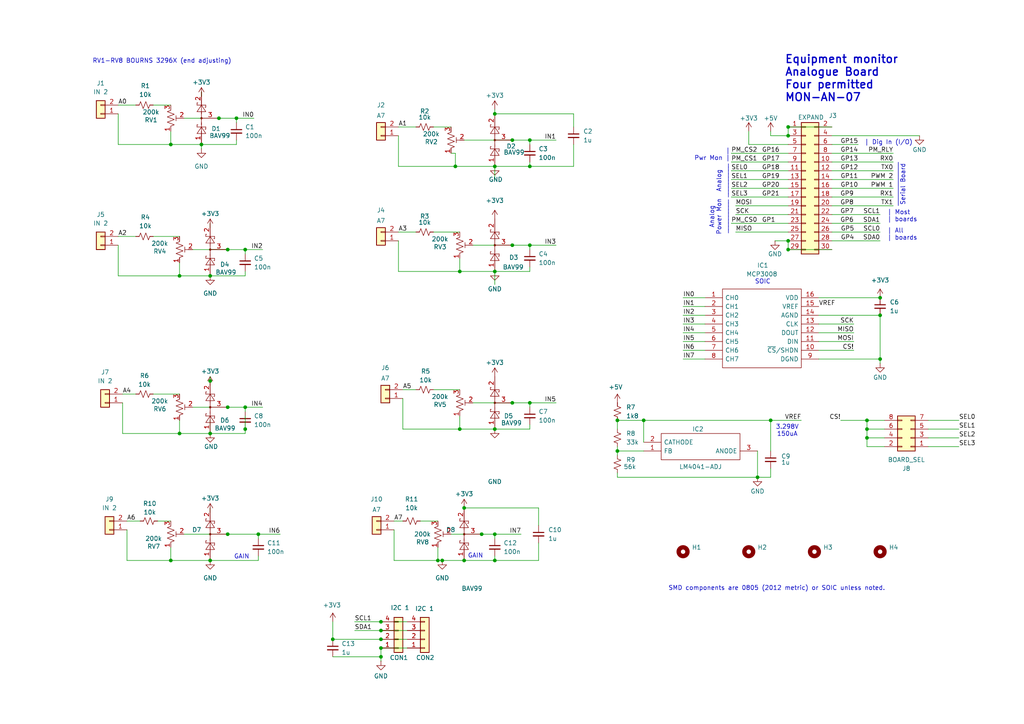
<source format=kicad_sch>
(kicad_sch (version 20250114) (generator "eeschema") (generator_version "9.0")
  (paper "A4")
  (text "GAIN" (at 70.104 161.544 0) (effects (font (size 1.27 1.27))))
  (text "    |\nPwr Mon |" (at 211.836 44.958 0) (effects (font (size 1.27 1.27)) (justify right)))
  (text "3.298V\n150uA" (at 228.346 124.968 0) (effects (font (size 1.27 1.27))))
  (text "SMD components are 0805 (2012 metric) or SOIC unless noted." (at 225.298 170.688 0) (effects (font (size 1.27 1.27))))
  (text "| Dig In (I/O)" (at 250.698 41.402 0) (effects (font (size 1.27 1.27)) (justify left)))
  (text "_____________\nSerial Board" (at 260.858 53.594 90) (effects (font (size 1.27 1.27))))
  (text "Equipment monitor\nAnalogue Board\nFour permitted\nMON-AN-07" (at 227.584 22.86 0) (effects (font (size 2.286 2.286) (thickness 0.381) (bold yes)) (justify left)))
  (text "GAIN" (at 137.922 161.29 0) (effects (font (size 1.27 1.27))))
  (text "SOIC" (at 221.234 81.788 0) (effects (font (size 1.27 1.27))))
  (text "Analog\nPower Mon\n__________" (at 208.534 62.992 90) (effects (font (size 1.27 1.27))))
  (text "Analog\n__________" (at 209.55 52.578 90) (effects (font (size 1.27 1.27))))
  (text "| Most\n| boards" (at 257.302 62.738 0) (effects (font (size 1.27 1.27)) (justify left)))
  (text "RV1-RV8 BOURNS 3296X (end adjusting)" (at 46.99 17.78 0) (effects (font (size 1.27 1.27))))
  (text "| All\n| boards" (at 257.302 68.072 0) (effects (font (size 1.27 1.27)) (justify left)))
  (junction (at 66.04 72.39))
  (junction (at 148.59 71.12))
  (junction (at 153.67 116.84))
  (junction (at 251.46 121.92))
  (junction (at 133.35 78.74))
  (junction (at 228.6 69.85))
  (junction (at 251.46 127))
  (junction (at 251.46 124.46))
  (junction (at 153.67 40.64))
  (junction (at 63.5 34.29))
  (junction (at 66.04 118.11))
  (junction (at 71.12 118.11))
  (junction (at 223.52 121.92))
  (junction (at 60.96 110.49))
  (junction (at 110.49 187.96))
  (junction (at 179.07 121.92))
  (junction (at 66.04 154.94))
  (junction (at 96.52 185.42))
  (junction (at 52.07 125.73))
  (junction (at 49.53 162.56))
  (junction (at 143.51 162.56))
  (junction (at 68.58 34.29))
  (junction (at 139.7 154.94))
  (junction (at 143.51 33.02))
  (junction (at 143.51 48.26))
  (junction (at 60.96 162.56))
  (junction (at 143.51 154.94))
  (junction (at 179.07 130.81))
  (junction (at 134.62 162.56))
  (junction (at 143.51 78.74))
  (junction (at 255.27 86.36))
  (junction (at 74.93 154.94))
  (junction (at 228.6 36.83))
  (junction (at 60.96 80.01))
  (junction (at 228.6 39.37))
  (junction (at 60.96 125.73))
  (junction (at 148.59 116.84))
  (junction (at 49.53 41.91))
  (junction (at 110.49 185.42))
  (junction (at 153.67 71.12))
  (junction (at 186.69 121.92))
  (junction (at 128.27 162.56))
  (junction (at 148.59 40.64))
  (junction (at 52.07 80.01))
  (junction (at 71.12 124.46))
  (junction (at 219.71 138.43))
  (junction (at 127 162.56))
  (junction (at 58.42 41.91))
  (junction (at 228.6 72.39))
  (junction (at 132.08 48.26))
  (junction (at 110.49 190.5))
  (junction (at 153.67 48.26))
  (junction (at 255.27 91.44))
  (junction (at 110.49 180.34))
  (junction (at 110.49 182.88))
  (junction (at 133.35 124.46))
  (junction (at 255.27 104.14))
  (junction (at 71.12 72.39))
  (junction (at 143.51 124.46))
  (junction (at 134.62 147.32))
  (wire (pts (xy 134.62 162.56) (xy 143.51 162.56)))
  (wire (pts (xy 186.69 121.92) (xy 179.07 121.92)))
  (wire (pts (xy 212.09 52.07) (xy 228.6 52.07)))
  (wire (pts (xy 60.96 80.01) (xy 71.12 80.01)))
  (wire (pts (xy 217.17 38.1) (xy 217.17 41.91)))
  (wire (pts (xy 143.51 156.21) (xy 143.51 154.94)))
  (wire (pts (xy 241.3 52.07) (xy 259.08 52.07)))
  (wire (pts (xy 223.52 138.43) (xy 223.52 135.89)))
  (wire (pts (xy 219.71 130.81) (xy 219.71 138.43)))
  (wire (pts (xy 71.12 118.11) (xy 76.2 118.11)))
  (wire (pts (xy 166.37 41.91) (xy 166.37 48.26)))
  (wire (pts (xy 153.67 71.12) (xy 161.29 71.12)))
  (wire (pts (xy 143.51 31.75) (xy 143.51 33.02)))
  (wire (pts (xy 179.07 129.54) (xy 179.07 130.81)))
  (wire (pts (xy 52.07 114.3) (xy 44.45 114.3)))
  (wire (pts (xy 237.49 104.14) (xy 255.27 104.14)))
  (wire (pts (xy 60.96 110.49) (xy 60.96 109.22)))
  (wire (pts (xy 156.21 147.32) (xy 134.62 147.32)))
  (wire (pts (xy 237.49 96.52) (xy 247.65 96.52)))
  (wire (pts (xy 128.27 162.56) (xy 134.62 162.56)))
  (wire (pts (xy 223.52 121.92) (xy 186.69 121.92)))
  (wire (pts (xy 241.3 62.23) (xy 255.27 62.23)))
  (wire (pts (xy 133.35 67.31) (xy 125.73 67.31)))
  (wire (pts (xy 118.11 187.96) (xy 110.49 187.96)))
  (wire (pts (xy 71.12 119.38) (xy 71.12 118.11)))
  (wire (pts (xy 198.12 93.98) (xy 204.47 93.98)))
  (wire (pts (xy 115.57 36.83) (xy 120.65 36.83)))
  (wire (pts (xy 143.51 82.55) (xy 143.51 78.74)))
  (wire (pts (xy 115.57 78.74) (xy 133.35 78.74)))
  (wire (pts (xy 213.36 67.31) (xy 228.6 67.31)))
  (wire (pts (xy 143.51 162.56) (xy 156.21 162.56)))
  (wire (pts (xy 34.29 71.12) (xy 34.29 80.01)))
  (wire (pts (xy 186.69 121.92) (xy 186.69 128.27)))
  (wire (pts (xy 143.51 78.74) (xy 153.67 78.74)))
  (wire (pts (xy 153.67 72.39) (xy 153.67 71.12)))
  (wire (pts (xy 53.34 34.29) (xy 63.5 34.29)))
  (wire (pts (xy 116.84 124.46) (xy 133.35 124.46)))
  (wire (pts (xy 102.87 180.34) (xy 110.49 180.34)))
  (wire (pts (xy 153.67 41.91) (xy 153.67 40.64)))
  (wire (pts (xy 63.5 34.29) (xy 68.58 34.29)))
  (wire (pts (xy 49.53 41.91) (xy 58.42 41.91)))
  (wire (pts (xy 68.58 35.56) (xy 68.58 34.29)))
  (wire (pts (xy 127 162.56) (xy 128.27 162.56)))
  (wire (pts (xy 133.35 74.93) (xy 133.35 78.74)))
  (wire (pts (xy 153.67 40.64) (xy 161.29 40.64)))
  (wire (pts (xy 133.35 113.03) (xy 125.73 113.03)))
  (wire (pts (xy 213.36 62.23) (xy 228.6 62.23)))
  (wire (pts (xy 223.52 138.43) (xy 219.71 138.43)))
  (wire (pts (xy 212.09 57.15) (xy 228.6 57.15)))
  (wire (pts (xy 269.24 129.54) (xy 278.13 129.54)))
  (wire (pts (xy 153.67 77.47) (xy 153.67 78.74)))
  (wire (pts (xy 148.59 116.84) (xy 153.67 116.84)))
  (wire (pts (xy 130.81 44.45) (xy 132.08 44.45)))
  (wire (pts (xy 153.67 116.84) (xy 161.29 116.84)))
  (wire (pts (xy 68.58 34.29) (xy 73.66 34.29)))
  (wire (pts (xy 66.04 154.94) (xy 74.93 154.94)))
  (wire (pts (xy 49.53 162.56) (xy 60.96 162.56)))
  (wire (pts (xy 212.09 49.53) (xy 228.6 49.53)))
  (wire (pts (xy 212.09 44.45) (xy 228.6 44.45)))
  (wire (pts (xy 71.12 78.74) (xy 71.12 80.01)))
  (wire (pts (xy 35.56 116.84) (xy 35.56 125.73)))
  (wire (pts (xy 36.83 151.13) (xy 40.64 151.13)))
  (wire (pts (xy 71.12 72.39) (xy 76.2 72.39)))
  (wire (pts (xy 134.62 40.64) (xy 148.59 40.64)))
  (wire (pts (xy 241.3 44.45) (xy 259.08 44.45)))
  (wire (pts (xy 132.08 48.26) (xy 143.51 48.26)))
  (wire (pts (xy 60.96 148.59) (xy 60.96 147.32)))
  (wire (pts (xy 114.3 151.13) (xy 116.84 151.13)))
  (wire (pts (xy 58.42 43.18) (xy 58.42 41.91)))
  (wire (pts (xy 60.96 66.04) (xy 60.96 64.77)))
  (wire (pts (xy 130.81 36.83) (xy 125.73 36.83)))
  (wire (pts (xy 74.93 161.29) (xy 74.93 162.56)))
  (wire (pts (xy 58.42 27.94) (xy 58.42 26.67)))
  (wire (pts (xy 232.41 121.92) (xy 223.52 121.92)))
  (wire (pts (xy 121.92 151.13) (xy 127 151.13)))
  (wire (pts (xy 217.17 41.91) (xy 228.6 41.91)))
  (wire (pts (xy 60.96 125.73) (xy 71.12 125.73)))
  (wire (pts (xy 34.29 41.91) (xy 49.53 41.91)))
  (wire (pts (xy 66.04 118.11) (xy 71.12 118.11)))
  (wire (pts (xy 237.49 86.36) (xy 255.27 86.36)))
  (wire (pts (xy 179.07 138.43) (xy 179.07 137.16)))
  (wire (pts (xy 223.52 121.92) (xy 223.52 130.81)))
  (wire (pts (xy 243.84 121.92) (xy 251.46 121.92)))
  (wire (pts (xy 153.67 118.11) (xy 153.67 116.84)))
  (wire (pts (xy 35.56 125.73) (xy 52.07 125.73)))
  (wire (pts (xy 241.3 67.31) (xy 255.27 67.31)))
  (wire (pts (xy 213.36 59.69) (xy 228.6 59.69)))
  (wire (pts (xy 241.3 54.61) (xy 259.08 54.61)))
  (wire (pts (xy 179.07 138.43) (xy 219.71 138.43)))
  (wire (pts (xy 52.07 80.01) (xy 60.96 80.01)))
  (wire (pts (xy 198.12 91.44) (xy 204.47 91.44)))
  (wire (pts (xy 60.96 162.56) (xy 74.93 162.56)))
  (wire (pts (xy 130.81 154.94) (xy 139.7 154.94)))
  (wire (pts (xy 143.51 161.29) (xy 143.51 162.56)))
  (wire (pts (xy 228.6 36.83) (xy 241.3 36.83)))
  (wire (pts (xy 110.49 182.88) (xy 118.11 182.88)))
  (wire (pts (xy 143.51 48.26) (xy 143.51 52.07)))
  (wire (pts (xy 133.35 78.74) (xy 143.51 78.74)))
  (wire (pts (xy 52.07 125.73) (xy 60.96 125.73)))
  (wire (pts (xy 143.51 154.94) (xy 151.13 154.94)))
  (wire (pts (xy 223.52 38.1) (xy 223.52 39.37)))
  (wire (pts (xy 241.3 41.91) (xy 248.92 41.91)))
  (wire (pts (xy 49.53 38.1) (xy 49.53 41.91)))
  (wire (pts (xy 251.46 127) (xy 251.46 124.46)))
  (wire (pts (xy 198.12 99.06) (xy 204.47 99.06)))
  (wire (pts (xy 179.07 130.81) (xy 186.69 130.81)))
  (wire (pts (xy 148.59 40.64) (xy 153.67 40.64)))
  (wire (pts (xy 44.45 30.48) (xy 49.53 30.48)))
  (wire (pts (xy 71.12 124.46) (xy 71.12 125.73)))
  (wire (pts (xy 166.37 36.83) (xy 166.37 33.02)))
  (wire (pts (xy 156.21 162.56) (xy 156.21 157.48)))
  (wire (pts (xy 251.46 127) (xy 256.54 127)))
  (wire (pts (xy 115.57 69.85) (xy 115.57 78.74)))
  (wire (pts (xy 110.49 190.5) (xy 110.49 191.77)))
  (wire (pts (xy 45.72 151.13) (xy 49.53 151.13)))
  (wire (pts (xy 60.96 121.92) (xy 60.96 125.73)))
  (wire (pts (xy 228.6 69.85) (xy 228.6 72.39)))
  (wire (pts (xy 269.24 124.46) (xy 278.13 124.46)))
  (wire (pts (xy 52.07 121.92) (xy 52.07 125.73)))
  (wire (pts (xy 241.3 57.15) (xy 259.08 57.15)))
  (wire (pts (xy 148.59 71.12) (xy 153.67 71.12)))
  (wire (pts (xy 71.12 120.65) (xy 71.12 124.46)))
  (wire (pts (xy 224.79 69.85) (xy 228.6 69.85)))
  (wire (pts (xy 71.12 73.66) (xy 71.12 72.39)))
  (wire (pts (xy 114.3 162.56) (xy 127 162.56)))
  (wire (pts (xy 120.65 113.03) (xy 116.84 113.03)))
  (wire (pts (xy 139.7 154.94) (xy 143.51 154.94)))
  (wire (pts (xy 228.6 36.83) (xy 228.6 39.37)))
  (wire (pts (xy 237.49 101.6) (xy 247.65 101.6)))
  (wire (pts (xy 269.24 127) (xy 278.13 127)))
  (wire (pts (xy 34.29 68.58) (xy 39.37 68.58)))
  (wire (pts (xy 179.07 132.08) (xy 179.07 130.81)))
  (wire (pts (xy 228.6 72.39) (xy 241.3 72.39)))
  (wire (pts (xy 179.07 124.46) (xy 179.07 121.92)))
  (wire (pts (xy 68.58 40.64) (xy 68.58 41.91)))
  (wire (pts (xy 143.51 124.46) (xy 153.67 124.46)))
  (wire (pts (xy 114.3 153.67) (xy 114.3 162.56)))
  (wire (pts (xy 251.46 124.46) (xy 251.46 121.92)))
  (wire (pts (xy 198.12 104.14) (xy 204.47 104.14)))
  (wire (pts (xy 132.08 44.45) (xy 132.08 48.26)))
  (wire (pts (xy 55.88 72.39) (xy 66.04 72.39)))
  (wire (pts (xy 118.11 185.42) (xy 110.49 185.42)))
  (wire (pts (xy 153.67 46.99) (xy 153.67 48.26)))
  (wire (pts (xy 198.12 86.36) (xy 204.47 86.36)))
  (wire (pts (xy 127 158.75) (xy 127 162.56)))
  (wire (pts (xy 49.53 158.75) (xy 49.53 162.56)))
  (wire (pts (xy 241.3 69.85) (xy 255.27 69.85)))
  (wire (pts (xy 36.83 162.56) (xy 36.83 153.67)))
  (wire (pts (xy 269.24 121.92) (xy 278.13 121.92)))
  (wire (pts (xy 34.29 30.48) (xy 39.37 30.48)))
  (wire (pts (xy 36.83 162.56) (xy 49.53 162.56)))
  (wire (pts (xy 115.57 48.26) (xy 132.08 48.26)))
  (wire (pts (xy 74.93 156.21) (xy 74.93 154.94)))
  (wire (pts (xy 251.46 129.54) (xy 256.54 129.54)))
  (wire (pts (xy 137.16 116.84) (xy 148.59 116.84)))
  (wire (pts (xy 255.27 104.14) (xy 255.27 91.44)))
  (wire (pts (xy 198.12 101.6) (xy 204.47 101.6)))
  (wire (pts (xy 251.46 121.92) (xy 256.54 121.92)))
  (wire (pts (xy 52.07 68.58) (xy 44.45 68.58)))
  (wire (pts (xy 143.51 48.26) (xy 153.67 48.26)))
  (wire (pts (xy 212.09 54.61) (xy 228.6 54.61)))
  (wire (pts (xy 153.67 123.19) (xy 153.67 124.46)))
  (wire (pts (xy 96.52 190.5) (xy 110.49 190.5)))
  (wire (pts (xy 102.87 182.88) (xy 110.49 182.88)))
  (wire (pts (xy 133.35 124.46) (xy 143.51 124.46)))
  (wire (pts (xy 137.16 71.12) (xy 148.59 71.12)))
  (wire (pts (xy 52.07 76.2) (xy 52.07 80.01)))
  (wire (pts (xy 198.12 88.9) (xy 204.47 88.9)))
  (wire (pts (xy 241.3 39.37) (xy 266.7 39.37)))
  (wire (pts (xy 255.27 105.41) (xy 255.27 104.14)))
  (wire (pts (xy 198.12 96.52) (xy 204.47 96.52)))
  (wire (pts (xy 223.52 39.37) (xy 228.6 39.37)))
  (wire (pts (xy 116.84 115.57) (xy 116.84 124.46)))
  (wire (pts (xy 58.42 41.91) (xy 68.58 41.91)))
  (wire (pts (xy 96.52 185.42) (xy 110.49 185.42)))
  (wire (pts (xy 241.3 59.69) (xy 259.08 59.69)))
  (wire (pts (xy 60.96 111.76) (xy 60.96 110.49)))
  (wire (pts (xy 241.3 46.99) (xy 259.08 46.99)))
  (wire (pts (xy 166.37 33.02) (xy 143.51 33.02)))
  (wire (pts (xy 212.09 64.77) (xy 228.6 64.77)))
  (wire (pts (xy 156.21 152.4) (xy 156.21 147.32)))
  (wire (pts (xy 241.3 49.53) (xy 259.08 49.53)))
  (wire (pts (xy 237.49 99.06) (xy 247.65 99.06)))
  (wire (pts (xy 237.49 91.44) (xy 255.27 91.44)))
  (wire (pts (xy 35.56 114.3) (xy 39.37 114.3)))
  (wire (pts (xy 34.29 33.02) (xy 34.29 41.91)))
  (wire (pts (xy 241.3 64.77) (xy 255.27 64.77)))
  (wire (pts (xy 96.52 180.34) (xy 96.52 185.42)))
  (wire (pts (xy 251.46 129.54) (xy 251.46 127)))
  (wire (pts (xy 212.09 46.99) (xy 228.6 46.99)))
  (wire (pts (xy 34.29 80.01) (xy 52.07 80.01)))
  (wire (pts (xy 110.49 190.5) (xy 110.49 187.96)))
  (wire (pts (xy 166.37 48.26) (xy 153.67 48.26)))
  (wire (pts (xy 237.49 93.98) (xy 247.65 93.98)))
  (wire (pts (xy 251.46 124.46) (xy 256.54 124.46)))
  (wire (pts (xy 133.35 120.65) (xy 133.35 124.46)))
  (wire (pts (xy 115.57 67.31) (xy 120.65 67.31)))
  (wire (pts (xy 53.34 154.94) (xy 66.04 154.94)))
  (wire (pts (xy 74.93 154.94) (xy 81.28 154.94)))
  (wire (pts (xy 115.57 39.37) (xy 115.57 48.26)))
  (wire (pts (xy 66.04 72.39) (xy 71.12 72.39)))
  (wire (pts (xy 118.11 180.34) (xy 110.49 180.34)))
  (wire (pts (xy 55.88 118.11) (xy 66.04 118.11)))
  (label "GP1" (at 220.98 64.77 0))
  (label "IN2" (at 76.2 72.39 180))
  (label "PWM 2" (at 259.08 52.07 180))
  (label "IN5" (at 198.12 99.06 0))
  (label "SDA0" (at 255.27 69.85 180))
  (label "SEL0" (at 278.13 121.92 0))
  (label "SCL1" (at 255.27 62.23 180))
  (label "A0" (at 34.29 30.48 0))
  (label "GP11" (at 248.92 52.07 180))
  (label "IN4" (at 76.2 118.11 180))
  (label "IN1" (at 198.12 88.9 0))
  (label "IN0" (at 198.12 86.36 0))
  (label "A4" (at 35.56 114.3 0))
  (label "SCK" (at 247.65 93.98 180))
  (label "MISO" (at 247.65 96.52 180))
  (label "GP14" (at 248.92 44.45 180))
  (label "IN6" (at 81.28 154.94 180))
  (label "A1" (at 115.57 36.83 0))
  (label "PM_RLY" (at 259.08 44.45 180))
  (label "PM_CS1" (at 212.09 46.99 0))
  (label "IN1" (at 161.29 40.64 180))
  (label "TX0" (at 259.08 49.53 180))
  (label "TX1" (at 259.08 59.69 180))
  (label "GP16" (at 220.98 44.45 0))
  (label "GP12" (at 248.92 49.53 180))
  (label "SDA1" (at 255.27 64.77 180))
  (label "GP13" (at 248.92 46.99 180))
  (label "MOSI" (at 213.36 59.69 0))
  (label "GP4" (at 243.84 69.85 0))
  (label "SEL1" (at 278.13 124.46 0))
  (label "IN7" (at 198.12 104.14 0))
  (label "GP17" (at 220.98 46.99 0))
  (label "IN5" (at 161.29 116.84 180))
  (label "VREF" (at 232.41 121.92 180))
  (label "PWM 1" (at 259.08 54.61 180))
  (label "GP9" (at 247.65 57.15 180))
  (label "IN7" (at 151.13 154.94 180))
  (label "SEL3" (at 212.09 57.15 0))
  (label "SCK" (at 213.36 62.23 0))
  (label "GP6" (at 247.65 64.77 180))
  (label "IN2" (at 198.12 91.44 0))
  (label "PM_CS2" (at 212.09 44.45 0))
  (label "GP8" (at 247.65 59.69 180))
  (label "SEL2" (at 278.13 127 0))
  (label "A5" (at 116.84 113.03 0))
  (label "VREF" (at 237.49 88.9 0))
  (label "PM_CS0" (at 212.09 64.77 0))
  (label "CS!" (at 247.65 101.6 180))
  (label "SEL1" (at 212.09 52.07 0))
  (label "GP20" (at 220.98 54.61 0))
  (label "GP15" (at 248.92 41.91 180))
  (label "CS!" (at 243.84 121.92 180))
  (label "SEL3" (at 278.13 129.54 0))
  (label "GP21" (at 220.98 57.15 0))
  (label "SCL0" (at 255.27 67.31 180))
  (label "GP18" (at 220.98 49.53 0))
  (label "A6" (at 36.83 151.13 0))
  (label "MISO" (at 213.36 67.31 0))
  (label "RX0" (at 259.08 46.99 180))
  (label "IN6" (at 198.12 101.6 0))
  (label "SDA1" (at 102.87 182.88 0))
  (label "SEL2" (at 212.09 54.61 0))
  (label "IN3" (at 161.29 71.12 180))
  (label "IN4" (at 198.12 96.52 0))
  (label "SCL1" (at 102.87 180.34 0))
  (label "MOSI" (at 247.65 99.06 180))
  (label "IN3" (at 198.12 93.98 0))
  (label "GP19" (at 220.98 52.07 0))
  (label "RX1" (at 259.08 57.15 180))
  (label "IN0" (at 73.66 34.29 180))
  (label "GP5" (at 243.84 67.31 0))
  (label "A7" (at 114.3 151.13 0))
  (label "A3" (at 115.57 67.31 0))
  (label "GP10" (at 248.92 54.61 180))
  (label "SEL0" (at 212.09 49.53 0))
  (label "A2" (at 34.29 68.58 0))
  (label "GP7" (at 247.65 62.23 180))
  (symbol (lib_id "Mechanical:MountingHole") (at 217.17 160.02 0) (unit 1) (exclude_from_sim yes) (in_bom no)
    (property "Reference" "H2" (at 219.71 158.7499 0) (effects (justify left)))
    (property "Value" "MountingHole" (effects (hide yes)))
    (property "Footprint" "RP:MountingHole_3.5mm_no_fill" (effects (hide yes)))
    (property "Description" "Mounting Hole without connection" (effects (hide yes)))
  )
  (symbol (lib_id "Diode:BAS40-04") (at 63.5 154.94 90) (unit 1)
    (property "Reference" "D7" (at 58.42 153.6699 90) (effects (justify left)))
    (property "Value" "BAV99" (effects (hide yes)))
    (property "Footprint" "Package_TO_SOT_SMD:SOT-23" (effects (hide yes)))
    (property "Datasheet" "http://www.vishay.com/docs/85701/bas40v.pdf" (effects (hide yes)))
    (property "Description" "40V 0.2A Dual Small Signal Schottky Diodes" (effects (hide yes)))
  )
  (symbol (lib_id "power:GND") (at 143.51 124.46 0) (unit 1)
    (property "Reference" "#PWR018" (effects (hide yes)))
    (property "Value" "GND" (at 143.51 139.7 0))
    (property "Description" "Power symbol creates a global label with name \"GND\" , ground" (effects (hide yes)))
  )
  (symbol (lib_id "Diode:BAS40-04") (at 146.05 71.12 90) (unit 1)
    (property "Reference" "D3" (at 150.368 74.676 90) (effects (justify left)))
    (property "Value" "BAV99" (at 151.892 77.47 90) (effects (justify left)))
    (property "Footprint" "Package_TO_SOT_SMD:SOT-23" (effects (hide yes)))
    (property "Datasheet" "http://www.vishay.com/docs/85701/bas40v.pdf" (effects (hide yes)))
    (property "Description" "40V 0.2A Dual Small Signal Schottky Diodes" (effects (hide yes)))
  )
  (symbol (lib_id "Diode:BAS40-04") (at 63.5 118.11 90) (unit 1)
    (property "Reference" "D6" (at 66.548 121.92 90) (effects (justify left)))
    (property "Value" "BAV99" (at 68.326 124.206 90) (effects (justify left)))
    (property "Footprint" "Package_TO_SOT_SMD:SOT-23" (effects (hide yes)))
    (property "Datasheet" "http://www.vishay.com/docs/85701/bas40v.pdf" (effects (hide yes)))
    (property "Description" "40V 0.2A Dual Small Signal Schottky Diodes" (effects (hide yes)))
  )
  (symbol (lib_id "Connector_Generic:Conn_01x02") (at 109.22 153.67 180) (unit 1)
    (property "Reference" "J10" (at 109.22 144.78 0))
    (property "Value" "A7" (at 109.22 147.828 0))
    (property "Footprint" "RP:K2EDG" (effects (hide yes)))
    (property "Description" "Generic connector, single row, 01x02, script generated (kicad-library-utils/schlib/autogen/connector/)" (effects (hide yes)))
  )
  (symbol (lib_id "power:GND") (at 224.79 69.85 0) (unit 1)
    (property "Reference" "#PWR010" (effects (hide yes)))
    (property "Value" "GND" (at 224.79 73.66 0))
    (property "Description" "Power symbol creates a global label with name \"GND\" , ground" (effects (hide yes)))
  )
  (symbol (lib_id "Device:R_Small_US") (at 123.19 36.83 90) (unit 1)
    (property "Reference" "R2" (at 123.19 32.258 90))
    (property "Value" "10k" (at 123.19 34.036 90))
    (property "Footprint" "Resistor_SMD:R_0805_2012Metric_Pad1.20x1.40mm_HandSolder" (effects (hide yes)))
    (property "Description" "Resistor, small US symbol" (effects (hide yes)))
  )
  (symbol (lib_id "Device:R_Small_US") (at 43.18 151.13 90) (unit 1)
    (property "Reference" "R10" (at 43.434 146.05 90))
    (property "Value" "10k" (at 43.434 148.59 90))
    (property "Footprint" "Resistor_SMD:R_0805_2012Metric_Pad1.20x1.40mm_HandSolder" (effects (hide yes)))
    (property "Description" "Resistor, small US symbol" (effects (hide yes)))
  )
  (symbol (lib_id "Device:C_Small") (at 71.12 76.2 0) (unit 1)
    (property "Reference" "C5" (at 73.66 74.9362 0) (effects (justify left)))
    (property "Value" "100n" (at 73.66 77.4762 0) (effects (justify left)))
    (property "Footprint" "Capacitor_SMD:C_0805_2012Metric_Pad1.18x1.45mm_HandSolder" (effects (hide yes)))
    (property "Description" "Unpolarized capacitor, small symbol" (effects (hide yes)))
  )
  (symbol (lib_id "Device:R_Small_US") (at 41.91 68.58 90) (unit 1)
    (property "Reference" "R4" (at 42.164 62.992 90))
    (property "Value" "10k" (at 42.164 65.532 90))
    (property "Footprint" "Resistor_SMD:R_0805_2012Metric_Pad1.20x1.40mm_HandSolder" (effects (hide yes)))
    (property "Description" "Resistor, small US symbol" (effects (hide yes)))
  )
  (symbol (lib_id "Device:C_Small") (at 153.67 74.93 0) (unit 1)
    (property "Reference" "C4" (at 156.21 73.6662 0) (effects (justify left)))
    (property "Value" "100n" (at 156.21 76.2062 0) (effects (justify left)))
    (property "Footprint" "Capacitor_SMD:C_0805_2012Metric_Pad1.18x1.45mm_HandSolder" (effects (hide yes)))
    (property "Description" "Unpolarized capacitor, small symbol" (effects (hide yes)))
  )
  (symbol (lib_id "Diode:BAS40-04") (at 137.16 154.94 90) (unit 1)
    (property "Reference" "D8" (at 132.08 153.6699 90) (effects (justify left)))
    (property "Value" "BAV99" (at 139.954 170.688 90) (effects (justify left)))
    (property "Footprint" "Package_TO_SOT_SMD:SOT-23" (effects (hide yes)))
    (property "Datasheet" "http://www.vishay.com/docs/85701/bas40v.pdf" (effects (hide yes)))
    (property "Description" "40V 0.2A Dual Small Signal Schottky Diodes" (effects (hide yes)))
  )
  (symbol (lib_id "power:GND") (at 143.51 78.74 0) (unit 1)
    (property "Reference" "#PWR011" (effects (hide yes)))
    (property "Value" "GND" (at 143.51 83.82 0))
    (property "Description" "Power symbol creates a global label with name \"GND\" , ground" (effects (hide yes)))
  )
  (symbol (lib_id "Device:R_Potentiometer_Trim_US") (at 52.07 118.11 0) (mirror x) (unit 1)
    (property "Reference" "RV6" (at 48.26 118.618 0) (effects (justify right)))
    (property "Value" "200k" (at 48.768 116.332 0) (effects (justify right)))
    (property "Footprint" "Potentiometer_THT:Potentiometer_Bourns_3296X_Horizontal" (effects (hide yes)))
    (property "Description" "Trim-potentiometer, US symbol" (effects (hide yes)))
  )
  (symbol (lib_id "Device:R_Potentiometer_Trim_US") (at 52.07 72.39 0) (mirror x) (unit 1)
    (property "Reference" "RV4" (at 48.26 72.898 0) (effects (justify right)))
    (property "Value" "200k" (at 48.768 70.612 0) (effects (justify right)))
    (property "Footprint" "Potentiometer_THT:Potentiometer_Bourns_3296X_Horizontal" (effects (hide yes)))
    (property "Description" "Trim-potentiometer, US symbol" (effects (hide yes)))
  )
  (symbol (lib_id "Device:R_Potentiometer_Trim_US") (at 130.81 40.64 0) (mirror x) (unit 1)
    (property "Reference" "RV2" (at 127 41.148 0) (effects (justify right)))
    (property "Value" "200k" (at 127.508 38.862 0) (effects (justify right)))
    (property "Footprint" "Potentiometer_THT:Potentiometer_Bourns_3296X_Horizontal" (effects (hide yes)))
    (property "Description" "Trim-potentiometer, US symbol" (effects (hide yes)))
  )
  (symbol (lib_id "Device:R_Potentiometer_Trim_US") (at 133.35 116.84 0) (mirror x) (unit 1)
    (property "Reference" "RV5" (at 129.54 117.348 0) (effects (justify right)))
    (property "Value" "200k" (at 130.048 115.062 0) (effects (justify right)))
    (property "Footprint" "Potentiometer_THT:Potentiometer_Bourns_3296X_Horizontal" (effects (hide yes)))
    (property "Description" "Trim-potentiometer, US symbol" (effects (hide yes)))
  )
  (symbol (lib_id "power:+5V") (at 223.52 38.1 0) (unit 1)
    (property "Reference" "#PWR04" (effects (hide yes)))
    (property "Value" "+5V" (at 223.52 34.29 0))
    (property "Description" "Power symbol creates a global label with name \"+5V\"" (effects (hide yes)))
  )
  (symbol (lib_id "Connector_Generic:Conn_01x02") (at 29.21 33.02 180) (unit 1)
    (property "Reference" "J1" (at 29.21 24.13 0))
    (property "Value" "IN 2" (at 29.21 26.67 0))
    (property "Footprint" "RP:K2EDG" (effects (hide yes)))
    (property "Description" "Generic connector, single row, 01x02, script generated (kicad-library-utils/schlib/autogen/connector/)" (effects (hide yes)))
    (property "Description_1" "Pluggable Terminal Blocks 2P 3.81MM HDR RA PLUGGABLE TERM BLK" (effects (hide yes)))
    (property "Height" "7.5" (effects (hide yes)))
    (property "Mouser Part Number" "649-220110-D021A01LF" (effects (hide yes)))
    (property "Mouser Price/Stock" "https://www.mouser.co.uk/ProductDetail/Amphenol-Anytek/OQ0232510000G?qs=Mv7BduZupUhls3kYL4ZmhA%3D%3D" (effects (hide yes)))
    (property "Manufacturer_Name" "Amphenol" (effects (hide yes)))
    (property "Manufacturer_Part_Number" "OQ0232510000G" (effects (hide yes)))
  )
  (symbol (lib_id "Mechanical:MountingHole") (at 198.12 160.02 0) (unit 1) (exclude_from_sim yes) (in_bom no)
    (property "Reference" "H1" (at 200.66 158.7499 0) (effects (justify left)))
    (property "Value" "MountingHole" (effects (hide yes)))
    (property "Footprint" "RP:MountingHole_3.5mm_no_fill" (effects (hide yes)))
    (property "Description" "Mounting Hole without connection" (effects (hide yes)))
  )
  (symbol (lib_id "power:+3V3") (at 143.51 63.5 0) (unit 1)
    (property "Reference" "#PWR08" (effects (hide yes)))
    (property "Value" "+3V3" (at 143.51 58.166 0))
    (property "Description" "Power symbol creates a global label with name \"+3V3\"" (effects (hide yes)))
  )
  (symbol (lib_id "Connector_Generic:Conn_01x02") (at 111.76 115.57 180) (unit 1)
    (property "Reference" "J6" (at 111.76 106.68 0))
    (property "Value" "A7" (at 111.76 109.728 0))
    (property "Footprint" "RP:K2EDG" (effects (hide yes)))
    (property "Description" "Generic connector, single row, 01x02, script generated (kicad-library-utils/schlib/autogen/connector/)" (effects (hide yes)))
  )
  (symbol (lib_id "Device:R_Small_US") (at 179.07 134.62 0) (unit 1)
    (property "Reference" "R9" (at 181.61 133.3499 0) (effects (justify left)))
    (property "Value" "56k" (at 180.848 135.382 0) (effects (justify left)))
    (property "Footprint" "Resistor_SMD:R_0805_2012Metric_Pad1.20x1.40mm_HandSolder" (effects (hide yes)))
    (property "Description" "Resistor, small US symbol" (effects (hide yes)))
  )
  (symbol (lib_id "Device:R_Small_US") (at 41.91 114.3 90) (unit 1)
    (property "Reference" "R6" (at 41.91 108.966 90))
    (property "Value" "10k" (at 41.91 111.506 90))
    (property "Footprint" "Resistor_SMD:R_0805_2012Metric_Pad1.20x1.40mm_HandSolder" (effects (hide yes)))
    (property "Description" "Resistor, small US symbol" (effects (hide yes)))
  )
  (symbol (lib_id "Connector_Generic:Conn_01x02") (at 30.48 116.84 180) (unit 1)
    (property "Reference" "J7" (at 30.48 107.95 0))
    (property "Value" "IN 2" (at 30.48 110.49 0))
    (property "Footprint" "RP:K2EDG" (effects (hide yes)))
    (property "Description" "Generic connector, single row, 01x02, script generated (kicad-library-utils/schlib/autogen/connector/)" (effects (hide yes)))
    (property "Description_1" "Pluggable Terminal Blocks 2P 3.81MM HDR RA PLUGGABLE TERM BLK" (effects (hide yes)))
    (property "Height" "7.5" (effects (hide yes)))
    (property "Mouser Part Number" "649-220110-D021A01LF" (effects (hide yes)))
    (property "Mouser Price/Stock" "https://www.mouser.co.uk/ProductDetail/Amphenol-Anytek/OQ0232510000G?qs=Mv7BduZupUhls3kYL4ZmhA%3D%3D" (effects (hide yes)))
    (property "Manufacturer_Name" "Amphenol" (effects (hide yes)))
    (property "Manufacturer_Part_Number" "OQ0232510000G" (effects (hide yes)))
  )
  (symbol (lib_id "Device:C_Small") (at 153.67 120.65 0) (unit 1)
    (property "Reference" "C7" (at 156.21 119.3862 0) (effects (justify left)))
    (property "Value" "100n" (at 156.21 121.9262 0) (effects (justify left)))
    (property "Footprint" "Capacitor_SMD:C_0805_2012Metric_Pad1.18x1.45mm_HandSolder" (effects (hide yes)))
    (property "Description" "Unpolarized capacitor, small symbol" (effects (hide yes)))
  )
  (symbol (lib_id "Device:C_Small") (at 74.93 158.75 0) (unit 1)
    (property "Reference" "C11" (at 77.47 157.4862 0) (effects (justify left)))
    (property "Value" "100n" (at 77.47 160.0262 0) (effects (justify left)))
    (property "Footprint" "Capacitor_SMD:C_0805_2012Metric_Pad1.18x1.45mm_HandSolder" (effects (hide yes)))
    (property "Description" "Unpolarized capacitor, small symbol" (effects (hide yes)))
  )
  (symbol (lib_id "Device:C_Small") (at 255.27 88.9 0) (unit 1)
    (property "Reference" "C6" (at 258.064 87.63 0) (effects (justify left)))
    (property "Value" "1u" (at 258.064 90.17 0) (effects (justify left)))
    (property "Footprint" "Capacitor_SMD:C_0805_2012Metric_Pad1.18x1.45mm_HandSolder" (effects (hide yes)))
    (property "Description" "Unpolarized capacitor, small symbol" (effects (hide yes)))
  )
  (symbol (lib_id "power:+3V3") (at 143.51 109.22 0) (unit 1)
    (property "Reference" "#PWR015" (effects (hide yes)))
    (property "Value" "+3V3" (at 143.51 105.156 0))
    (property "Description" "Power symbol creates a global label with name \"+3V3\"" (effects (hide yes)))
  )
  (symbol (lib_id "power:GND") (at 219.71 138.43 0) (unit 1)
    (property "Reference" "#PWR020" (effects (hide yes)))
    (property "Value" "GND" (at 219.71 142.494 0))
    (property "Description" "Power symbol creates a global label with name \"GND\" , ground" (effects (hide yes)))
  )
  (symbol (lib_id "Connector_Generic:Conn_01x02") (at 31.75 153.67 180) (unit 1)
    (property "Reference" "J9" (at 31.75 144.78 0))
    (property "Value" "IN 2" (at 31.75 147.32 0))
    (property "Footprint" "RP:K2EDG" (effects (hide yes)))
    (property "Description" "Generic connector, single row, 01x02, script generated (kicad-library-utils/schlib/autogen/connector/)" (effects (hide yes)))
    (property "Description_1" "Pluggable Terminal Blocks 2P 3.81MM HDR RA PLUGGABLE TERM BLK" (effects (hide yes)))
    (property "Height" "7.5" (effects (hide yes)))
    (property "Mouser Part Number" "649-220110-D021A01LF" (effects (hide yes)))
    (property "Mouser Price/Stock" "https://www.mouser.co.uk/ProductDetail/Amphenol-Anytek/OQ0232510000G?qs=Mv7BduZupUhls3kYL4ZmhA%3D%3D" (effects (hide yes)))
    (property "Manufacturer_Name" "Amphenol" (effects (hide yes)))
    (property "Manufacturer_Part_Number" "OQ0232510000G" (effects (hide yes)))
  )
  (symbol (lib_id "power:+5V") (at 179.07 116.84 0) (unit 1)
    (property "Reference" "#PWR017" (effects (hide yes)))
    (property "Value" "+5V" (at 178.562 112.268 0))
    (property "Description" "Power symbol creates a global label with name \"+5V\"" (effects (hide yes)))
  )
  (symbol (lib_id "Mechanical:MountingHole") (at 236.22 160.02 0) (unit 1) (exclude_from_sim yes) (in_bom no)
    (property "Reference" "H3" (at 238.76 158.7499 0) (effects (justify left)))
    (property "Value" "MountingHole" (effects (hide yes)))
    (property "Footprint" "RP:MountingHole_3.5mm_no_fill" (effects (hide yes)))
    (property "Description" "Mounting Hole without connection" (effects (hide yes)))
  )
  (symbol (lib_id "power:GND") (at 128.27 162.56 0) (unit 1)
    (property "Reference" "#PWR024" (effects (hide yes)))
    (property "Value" "GND" (at 128.27 167.64 0))
    (property "Description" "Power symbol creates a global label with name \"GND\" , ground" (effects (hide yes)))
  )
  (symbol (lib_id "Diode:BAS40-04") (at 146.05 40.64 90) (unit 1)
    (property "Reference" "D2" (at 149.606 42.418 90) (effects (justify left)))
    (property "Value" "BAV99" (at 152.146 44.196 90) (effects (justify left)))
    (property "Footprint" "Package_TO_SOT_SMD:SOT-23" (effects (hide yes)))
    (property "Datasheet" "http://www.vishay.com/docs/85701/bas40v.pdf" (effects (hide yes)))
    (property "Description" "40V 0.2A Dual Small Signal Schottky Diodes" (effects (hide yes)))
  )
  (symbol (lib_id "Diode:BAS40-04") (at 63.5 72.39 90) (unit 1)
    (property "Reference" "D4" (at 66.548 76.708 90) (effects (justify left)))
    (property "Value" "BAV99" (at 68.58 78.994 90) (effects (justify left)))
    (property "Footprint" "Package_TO_SOT_SMD:SOT-23" (effects (hide yes)))
    (property "Datasheet" "http://www.vishay.com/docs/85701/bas40v.pdf" (effects (hide yes)))
    (property "Description" "40V 0.2A Dual Small Signal Schottky Diodes" (effects (hide yes)))
  )
  (symbol (lib_id "power:GND") (at 60.96 162.56 0) (unit 1)
    (property "Reference" "#PWR023" (effects (hide yes)))
    (property "Value" "GND" (at 60.96 167.64 0))
    (property "Description" "Power symbol creates a global label with name \"GND\" , ground" (effects (hide yes)))
  )
  (symbol (lib_id "Connector_Generic:Conn_01x02") (at 29.21 71.12 180) (unit 1)
    (property "Reference" "J5" (at 29.21 62.23 0))
    (property "Value" "IN 2" (at 29.21 64.77 0))
    (property "Footprint" "RP:K2EDG" (effects (hide yes)))
    (property "Description" "Generic connector, single row, 01x02, script generated (kicad-library-utils/schlib/autogen/connector/)" (effects (hide yes)))
    (property "Description_1" "Pluggable Terminal Blocks 2P 3.81MM HDR RA PLUGGABLE TERM BLK" (effects (hide yes)))
    (property "Height" "7.5" (effects (hide yes)))
    (property "Mouser Part Number" "649-220110-D021A01LF" (effects (hide yes)))
    (property "Mouser Price/Stock" "https://www.mouser.co.uk/ProductDetail/Amphenol-Anytek/OQ0232510000G?qs=Mv7BduZupUhls3kYL4ZmhA%3D%3D" (effects (hide yes)))
    (property "Manufacturer_Name" "Amphenol" (effects (hide yes)))
    (property "Manufacturer_Part_Number" "OQ0232510000G" (effects (hide yes)))
  )
  (symbol (lib_id "Device:R_Potentiometer_Trim_US") (at 127 154.94 0) (mirror x) (unit 1)
    (property "Reference" "RV8" (at 124.46 157.226 0) (effects (justify right)))
    (property "Value" "200k" (at 124.968 154.94 0) (effects (justify right)))
    (property "Footprint" "Potentiometer_THT:Potentiometer_Bourns_3296X_Horizontal" (effects (hide yes)))
    (property "Description" "Trim-potentiometer, US symbol" (effects (hide yes)))
  )
  (symbol (lib_id "Device:C_Small") (at 153.67 44.45 0) (unit 1)
    (property "Reference" "C3" (at 156.21 43.1862 0) (effects (justify left)))
    (property "Value" "100n" (at 156.21 45.7262 0) (effects (justify left)))
    (property "Footprint" "Capacitor_SMD:C_0805_2012Metric_Pad1.18x1.45mm_HandSolder" (effects (hide yes)))
    (property "Description" "Unpolarized capacitor, small symbol" (effects (hide yes)))
  )
  (symbol (lib_id "Connector_Generic:Conn_01x02") (at 110.49 39.37 180) (unit 1)
    (property "Reference" "J2" (at 110.49 30.48 0))
    (property "Value" "A7" (at 110.49 33.528 0))
    (property "Footprint" "RP:K2EDG" (effects (hide yes)))
    (property "Description" "Generic connector, single row, 01x02, script generated (kicad-library-utils/schlib/autogen/connector/)" (effects (hide yes)))
  )
  (symbol (lib_id "power:+3V3") (at 217.17 38.1 0) (unit 1)
    (property "Reference" "#PWR03" (effects (hide yes)))
    (property "Value" "+3V3" (at 217.17 34.29 0))
    (property "Description" "Power symbol creates a global label with name \"+3V3\"" (effects (hide yes)))
  )
  (symbol (lib_id "power:GND") (at 58.42 43.18 0) (unit 1)
    (property "Reference" "#PWR06" (effects (hide yes)))
    (property "Value" "GND" (at 58.42 48.26 0))
    (property "Description" "Power symbol creates a global label with name \"GND\" , ground" (effects (hide yes)))
  )
  (symbol (lib_id "Connector_Generic:Conn_01x04") (at 115.57 185.42 0) (mirror x) (unit 1)
    (property "Reference" "CON1" (at 113.03 190.754 0) (effects (justify left)))
    (property "Value" "I2C 1" (at 113.284 176.276 0) (effects (justify left)))
    (property "Footprint" "Connector_PinSocket_2.54mm:PinSocket_1x04_P2.54mm_Vertical" (effects (hide yes)))
    (property "Description" "Generic connector, single row, 01x04, script generated (kicad-library-utils/schlib/autogen/connector/)" (effects (hide yes)))
  )
  (symbol (lib_id "Connector_Generic:Conn_01x04") (at 123.19 185.42 0) (mirror x) (unit 1)
    (property "Reference" "CON2" (at 120.65 190.754 0) (effects (justify left)))
    (property "Value" "I2C 1" (at 120.396 176.53 0) (effects (justify left)))
    (property "Footprint" "RP:JST_SH_SM04B-SRSS-TB_1x04-1MP_P1.00mm_Horizontal_wide_MP" (effects (hide yes)))
    (property "Description" "Generic connector, single row, 01x04, script generated (kicad-library-utils/schlib/autogen/connector/)" (effects (hide yes)))
  )
  (symbol (lib_id "power:+3V3") (at 255.27 86.36 0) (unit 1)
    (property "Reference" "#PWR013" (effects (hide yes)))
    (property "Value" "+3V3" (at 255.27 81.28 0))
    (property "Description" "Power symbol creates a global label with name \"+3V3\"" (effects (hide yes)))
  )
  (symbol (lib_id "power:GND") (at 266.7 39.37 0) (unit 1)
    (property "Reference" "#PWR05" (effects (hide yes)))
    (property "Value" "GND" (at 266.7 43.434 0))
    (property "Description" "Power symbol creates a global label with name \"GND\" , ground" (effects (hide yes)))
  )
  (symbol (lib_id "power:GND") (at 143.51 48.26 0) (unit 1)
    (property "Reference" "#PWR07" (effects (hide yes)))
    (property "Value" "GND" (at 143.764 52.07 0))
    (property "Description" "Power symbol creates a global label with name \"GND\" , ground" (effects (hide yes)))
  )
  (symbol (lib_id "Mechanical:MountingHole") (at 255.27 160.02 0) (unit 1) (exclude_from_sim yes) (in_bom no)
    (property "Reference" "H4" (at 257.81 158.7499 0) (effects (justify left)))
    (property "Value" "MountingHole" (effects (hide yes)))
    (property "Footprint" "RP:MountingHole_3.5mm_no_fill" (effects (hide yes)))
    (property "Description" "Mounting Hole without connection" (effects (hide yes)))
  )
  (symbol (lib_id "Device:R_Small_US") (at 179.07 127 0) (unit 1)
    (property "Reference" "R8" (at 181.61 125.7299 0) (effects (justify left)))
    (property "Value" "33k" (at 181.61 128.2699 0) (effects (justify left)))
    (property "Footprint" "Resistor_SMD:R_0805_2012Metric_Pad1.20x1.40mm_HandSolder" (effects (hide yes)))
    (property "Description" "Resistor, small US symbol" (effects (hide yes)))
  )
  (symbol (lib_id "Device:C_Small") (at 166.37 39.37 0) (unit 1)
    (property "Reference" "C2" (at 169.164 38.1 0) (effects (justify left)))
    (property "Value" "1u" (at 169.164 40.64 0) (effects (justify left)))
    (property "Footprint" "Capacitor_SMD:C_0805_2012Metric_Pad1.18x1.45mm_HandSolder" (effects (hide yes)))
    (property "Description" "Unpolarized capacitor, small symbol" (effects (hide yes)))
  )
  (symbol (lib_id "Device:R_Small_US") (at 123.19 67.31 90) (unit 1)
    (property "Reference" "R3" (at 123.19 62.738 90))
    (property "Value" "10k" (at 123.19 64.516 90))
    (property "Footprint" "Resistor_SMD:R_0805_2012Metric_Pad1.20x1.40mm_HandSolder" (effects (hide yes)))
    (property "Description" "Resistor, small US symbol" (effects (hide yes)))
  )
  (symbol (lib_id "Device:R_Small_US") (at 119.38 151.13 90) (unit 1)
    (property "Reference" "R11" (at 119.38 144.78 90))
    (property "Value" "10k" (at 119.38 147.32 90))
    (property "Footprint" "Resistor_SMD:R_0805_2012Metric_Pad1.20x1.40mm_HandSolder" (effects (hide yes)))
    (property "Description" "Resistor, small US symbol" (effects (hide yes)))
  )
  (symbol (lib_id "Device:C_Small") (at 223.52 133.35 0) (unit 1)
    (property "Reference" "C9" (at 226.568 132.334 0) (effects (justify left)))
    (property "Value" "1u" (at 226.568 134.112 0) (effects (justify left)))
    (property "Footprint" "Capacitor_SMD:C_0805_2012Metric_Pad1.18x1.45mm_HandSolder" (effects (hide yes)))
    (property "Description" "Unpolarized capacitor, small symbol" (effects (hide yes)))
  )
  (symbol (lib_id "power:+3V3") (at 60.96 111.76 0) (unit 1)
    (property "Reference" "#PWR016" (effects (hide yes)))
    (property "Value" "+3V3" (at 60.96 107.696 0))
    (property "Description" "Power symbol creates a global label with name \"+3V3\"" (effects (hide yes)))
  )
  (symbol (lib_id "Device:C_Small") (at 68.58 38.1 0) (unit 1)
    (property "Reference" "C1" (at 71.12 36.8362 0) (effects (justify left)))
    (property "Value" "100n" (at 71.12 39.3762 0) (effects (justify left)))
    (property "Footprint" "Capacitor_SMD:C_0805_2012Metric_Pad1.18x1.45mm_HandSolder" (effects (hide yes)))
    (property "Description" "Unpolarized capacitor, small symbol" (effects (hide yes)))
  )
  (symbol (lib_id "Connector_Generic:Conn_01x02") (at 110.49 69.85 180) (unit 1)
    (property "Reference" "J4" (at 110.49 60.96 0))
    (property "Value" "A7" (at 110.49 64.008 0))
    (property "Footprint" "RP:K2EDG" (effects (hide yes)))
    (property "Description" "Generic connector, single row, 01x02, script generated (kicad-library-utils/schlib/autogen/connector/)" (effects (hide yes)))
  )
  (symbol (lib_id "Device:R_Potentiometer_Trim_US") (at 133.35 71.12 0) (mirror x) (unit 1)
    (property "Reference" "RV3" (at 129.54 71.628 0) (effects (justify right)))
    (property "Value" "200k" (at 130.048 69.342 0) (effects (justify right)))
    (property "Footprint" "Potentiometer_THT:Potentiometer_Bourns_3296X_Horizontal" (effects (hide yes)))
    (property "Description" "Trim-potentiometer, US symbol" (effects (hide yes)))
  )
  (symbol (lib_id "Device:C_Small") (at 96.52 187.96 0) (unit 1)
    (property "Reference" "C13" (at 99.06 186.6962 0) (effects (justify left)))
    (property "Value" "1u" (at 99.06 189.2362 0) (effects (justify left)))
    (property "Footprint" "Capacitor_SMD:C_0805_2012Metric_Pad1.18x1.45mm_HandSolder" (effects (hide yes)))
    (property "Description" "Unpolarized capacitor, small symbol" (effects (hide yes)))
  )
  (symbol (lib_id "power:+3V3") (at 58.42 27.94 0) (unit 1)
    (property "Reference" "#PWR01" (effects (hide yes)))
    (property "Value" "+3V3" (at 58.42 23.876 0))
    (property "Description" "Power symbol creates a global label with name \"+3V3\"" (effects (hide yes)))
  )
  (symbol (lib_id "Connector_Generic:Conn_02x15_Odd_Even") (at 233.68 54.61 0) (unit 1)
    (property "Reference" "J3" (at 241.554 33.528 0))
    (property "Value" "EXPAND" (at 235.204 34.036 0))
    (property "Footprint" "Connector_PinHeader_2.54mm:PinHeader_2x15_P2.54mm_Vertical" (effects (hide yes)))
    (property "Description" "Generic connector, double row, 02x15, odd/even pin numbering scheme (row 1 odd numbers, row 2 even numbers), script generated (kicad-library-utils/schlib/autogen/connector/)" (effects (hide yes)))
  )
  (symbol (lib_id "power:GND") (at 255.27 105.41 0) (unit 1)
    (property "Reference" "#PWR014" (effects (hide yes)))
    (property "Value" "GND" (at 255.27 109.474 0))
    (property "Description" "Power symbol creates a global label with name \"GND\" , ground" (effects (hide yes)))
  )
  (symbol (lib_id "power:+3V3") (at 60.96 66.04 0) (unit 1)
    (property "Reference" "#PWR09" (effects (hide yes)))
    (property "Value" "+3V3" (at 60.96 61.976 0))
    (property "Description" "Power symbol creates a global label with name \"+3V3\"" (effects (hide yes)))
  )
  (symbol (lib_id "power:GND") (at 60.96 80.01 0) (unit 1)
    (property "Reference" "#PWR012" (effects (hide yes)))
    (property "Value" "GND" (at 60.96 85.09 0))
    (property "Description" "Power symbol creates a global label with name \"GND\" , ground" (effects (hide yes)))
  )
  (symbol (lib_id "Device:C_Small") (at 143.51 158.75 0) (unit 1)
    (property "Reference" "C12" (at 146.05 157.4862 0) (effects (justify left)))
    (property "Value" "100n" (at 146.05 160.0262 0) (effects (justify left)))
    (property "Footprint" "Capacitor_SMD:C_0805_2012Metric_Pad1.18x1.45mm_HandSolder" (effects (hide yes)))
    (property "Description" "Unpolarized capacitor, small symbol" (effects (hide yes)))
  )
  (symbol (lib_id "power:+3V3") (at 143.51 31.75 0) (unit 1)
    (property "Reference" "#PWR02" (effects (hide yes)))
    (property "Value" "+3V3" (at 143.51 27.686 0))
    (property "Description" "Power symbol creates a global label with name \"+3V3\"" (effects (hide yes)))
  )
  (symbol (lib_id "Device:R_Small_US") (at 123.19 113.03 90) (unit 1)
    (property "Reference" "R5" (at 123.444 107.696 90))
    (property "Value" "10k" (at 123.444 110.236 90))
    (property "Footprint" "Resistor_SMD:R_0805_2012Metric_Pad1.20x1.40mm_HandSolder" (effects (hide yes)))
    (property "Description" "Resistor, small US symbol" (effects (hide yes)))
  )
  (symbol (lib_id "power:GND") (at 110.49 191.77 0) (unit 1)
    (property "Reference" "#PWR027" (effects (hide yes)))
    (property "Value" "GND" (at 110.49 196.088 0))
    (property "Description" "Power symbol creates a global label with name \"GND\" , ground" (effects (hide yes)))
  )
  (symbol (lib_id "power:+3V3") (at 134.62 147.32 0) (unit 1)
    (property "Reference" "#PWR021" (effects (hide yes)))
    (property "Value" "+3V3" (at 134.62 143.256 0))
    (property "Description" "Power symbol creates a global label with name \"+3V3\"" (effects (hide yes)))
  )
  (symbol (lib_id "Connector_Generic:Conn_02x04_Odd_Even") (at 264.16 127 180) (unit 1)
    (property "Reference" "J8" (at 262.89 135.89 0))
    (property "Value" "BOARD_SEL" (at 262.89 133.35 0))
    (property "Footprint" "Connector_PinHeader_2.54mm:PinHeader_2x04_P2.54mm_Vertical" (effects (hide yes)))
    (property "Description" "Generic connector, double row, 02x04, odd/even pin numbering scheme (row 1 odd numbers, row 2 even numbers), script generated (kicad-library-utils/schlib/autogen/connector/)" (effects (hide yes)))
  )
  (symbol (lib_id "SamacSys_Parts:LM4041C12IDBZR") (at 186.69 130.81 0) (mirror x) (unit 1)
    (property "Reference" "IC2" (at 202.438 124.46 0))
    (property "Value" "LM4041-ADJ" (at 203.2 135.382 0))
    (property "Footprint" "SamacSys_Parts:SOT95P237X112-3N" (effects (hide yes)))
    (property "Datasheet" "http://www.ti.com/lit/gpn/lm4041c12" (effects (hide yes)))
    (property "Description" "1.2-V Precision Micropower Shunt Voltage Reference, 0.5% accuracy" (effects (hide yes)))
    (property "Description_1" "1.2-V Precision Micropower Shunt Voltage Reference, 0.5% accuracy" (effects (hide yes)))
    (property "Height" "1.12" (effects (hide yes)))
    (property "Mouser Part Number" "595-LM4041C12IDBZR" (effects (hide yes)))
    (property "Mouser Price/Stock" "https://www.mouser.co.uk/ProductDetail/Texas-Instruments/LM4041C12IDBZR?qs=paYhMW8qfiuh0HgphFdOJA%3D%3D" (effects (hide yes)))
    (property "Manufacturer_Name" "Texas Instruments" (effects (hide yes)))
    (property "Manufacturer_Part_Number" "LM4041C12IDBZR" (effects (hide yes)))
  )
  (symbol (lib_id "Device:C_Small") (at 71.12 121.92 0) (unit 1)
    (property "Reference" "C8" (at 73.66 120.6562 0) (effects (justify left)))
    (property "Value" "100n" (at 73.66 123.1962 0) (effects (justify left)))
    (property "Footprint" "Capacitor_SMD:C_0805_2012Metric_Pad1.18x1.45mm_HandSolder" (effects (hide yes)))
    (property "Description" "Unpolarized capacitor, small symbol" (effects (hide yes)))
  )
  (symbol (lib_id "Diode:BAS40-04") (at 60.96 34.29 90) (unit 1)
    (property "Reference" "D1" (at 64.008 37.338 90) (effects (justify left)))
    (property "Value" "BAV99" (at 66.802 39.37 90) (effects (justify left)))
    (property "Footprint" "Package_TO_SOT_SMD:SOT-23" (effects (hide yes)))
    (property "Datasheet" "http://www.vishay.com/docs/85701/bas40v.pdf" (effects (hide yes)))
    (property "Description" "40V 0.2A Dual Small Signal Schottky Diodes" (effects (hide yes)))
  )
  (symbol (lib_id "Device:R_Small_US") (at 41.91 30.48 90) (unit 1)
    (property "Reference" "R1" (at 42.164 24.892 90))
    (property "Value" "10k" (at 42.164 27.432 90))
    (property "Footprint" "Resistor_SMD:R_0805_2012Metric_Pad1.20x1.40mm_HandSolder" (effects (hide yes)))
    (property "Description" "Resistor, small US symbol" (effects (hide yes)))
  )
  (symbol (lib_id "Diode:BAS40-04") (at 146.05 116.84 90) (unit 1)
    (property "Reference" "D5" (at 148.844 120.65 90) (effects (justify left)))
    (property "Value" "BAV99" (at 151.384 122.682 90) (effects (justify left)))
    (property "Footprint" "Package_TO_SOT_SMD:SOT-23" (effects (hide yes)))
    (property "Datasheet" "http://www.vishay.com/docs/85701/bas40v.pdf" (effects (hide yes)))
    (property "Description" "40V 0.2A Dual Small Signal Schottky Diodes" (effects (hide yes)))
  )
  (symbol (lib_id "Device:R_Potentiometer_Trim_US") (at 49.53 154.94 0) (mirror x) (unit 1)
    (property "Reference" "RV7" (at 46.482 158.496 0) (effects (justify right)))
    (property "Value" "200k" (at 46.99 156.21 0) (effects (justify right)))
    (property "Footprint" "Potentiometer_THT:Potentiometer_Bourns_3296X_Horizontal" (effects (hide yes)))
    (property "Description" "Trim-potentiometer, US symbol" (effects (hide yes)))
  )
  (symbol (lib_id "power:+3V3") (at 60.96 148.59 0) (unit 1)
    (property "Reference" "#PWR022" (effects (hide yes)))
    (property "Value" "+3V3" (at 60.96 144.526 0))
    (property "Description" "Power symbol creates a global label with name \"+3V3\"" (effects (hide yes)))
  )
  (symbol (lib_id "Device:R_Small_US") (at 179.07 119.38 0) (unit 1)
    (property "Reference" "R7" (at 181.61 118.1099 0) (effects (justify left)))
    (property "Value" "1k8" (at 181.61 120.6499 0) (effects (justify left)))
    (property "Footprint" "Resistor_SMD:R_0805_2012Metric_Pad1.20x1.40mm_HandSolder" (effects (hide yes)))
    (property "Description" "Resistor, small US symbol" (effects (hide yes)))
  )
  (symbol (lib_id "SamacSys_Parts:MCP3008-I_SL") (at 204.47 86.36 0) (unit 1)
    (property "Reference" "IC1" (at 221.234 76.962 0))
    (property "Value" "MCP3008" (at 220.98 79.502 0))
    (property "Footprint" "SamacSys_Parts:SOIC127P600X175-16N" (effects (hide yes)))
    (property "Datasheet" "https://datasheet.datasheetarchive.com/originals/distributors/Datasheets-DGA17/1031059.pdf" (effects (hide yes)))
    (property "Description" "10-bit ADC, 8-channel, SPI Microchip MCP3008-I/SL, 10 bit Serial ADC, Differential Input, 16-Pin SOIC" (effects (hide yes)))
    (property "Description_1" "10-bit ADC, 8-channel, SPI Microchip MCP3008-I/SL, 10 bit Serial ADC, Differential Input, 16-Pin SOIC" (effects (hide yes)))
    (property "Height" "1.75" (effects (hide yes)))
    (property "Mouser Part Number" "579-MCP3008-I/SL" (effects (hide yes)))
    (property "Mouser Price/Stock" "https://www.mouser.co.uk/ProductDetail/Microchip-Technology/MCP3008-I-SL?qs=BYQkrObauiuZK6Atf%2FfReA%3D%3D" (effects (hide yes)))
    (property "Manufacturer_Name" "Microchip" (effects (hide yes)))
    (property "Manufacturer_Part_Number" "MCP3008-I/SL" (effects (hide yes)))
  )
  (symbol (lib_id "power:+3V3") (at 96.52 180.34 0) (unit 1)
    (property "Reference" "#PWR025" (effects (hide yes)))
    (property "Value" "+3V3" (at 96.266 175.514 0))
    (property "Description" "Power symbol creates a global label with name \"+3V3\"" (effects (hide yes)))
  )
  (symbol (lib_id "Device:C_Small") (at 156.21 154.94 0) (unit 1)
    (property "Reference" "C10" (at 159.004 153.67 0) (effects (justify left)))
    (property "Value" "1u" (at 159.004 156.21 0) (effects (justify left)))
    (property "Footprint" "Capacitor_SMD:C_0805_2012Metric_Pad1.18x1.45mm_HandSolder" (effects (hide yes)))
    (property "Description" "Unpolarized capacitor, small symbol" (effects (hide yes)))
  )
  (symbol (lib_id "power:GND") (at 60.96 125.73 0) (unit 1)
    (property "Reference" "#PWR019" (effects (hide yes)))
    (property "Value" "GND" (at 61.214 129.54 0))
    (property "Description" "Power symbol creates a global label with name \"GND\" , ground" (effects (hide yes)))
  )
  (symbol (lib_id "Device:R_Potentiometer_Trim_US") (at 49.53 34.29 0) (mirror x) (unit 1)
    (property "Reference" "RV1" (at 45.72 34.798 0) (effects (justify right)))
    (property "Value" "200k" (at 46.228 32.512 0) (effects (justify right)))
    (property "Footprint" "Potentiometer_THT:Potentiometer_Bourns_3296X_Horizontal" (effects (hide yes)))
    (property "Description" "Trim-potentiometer, US symbol" (effects (hide yes)))
  )
)
</source>
